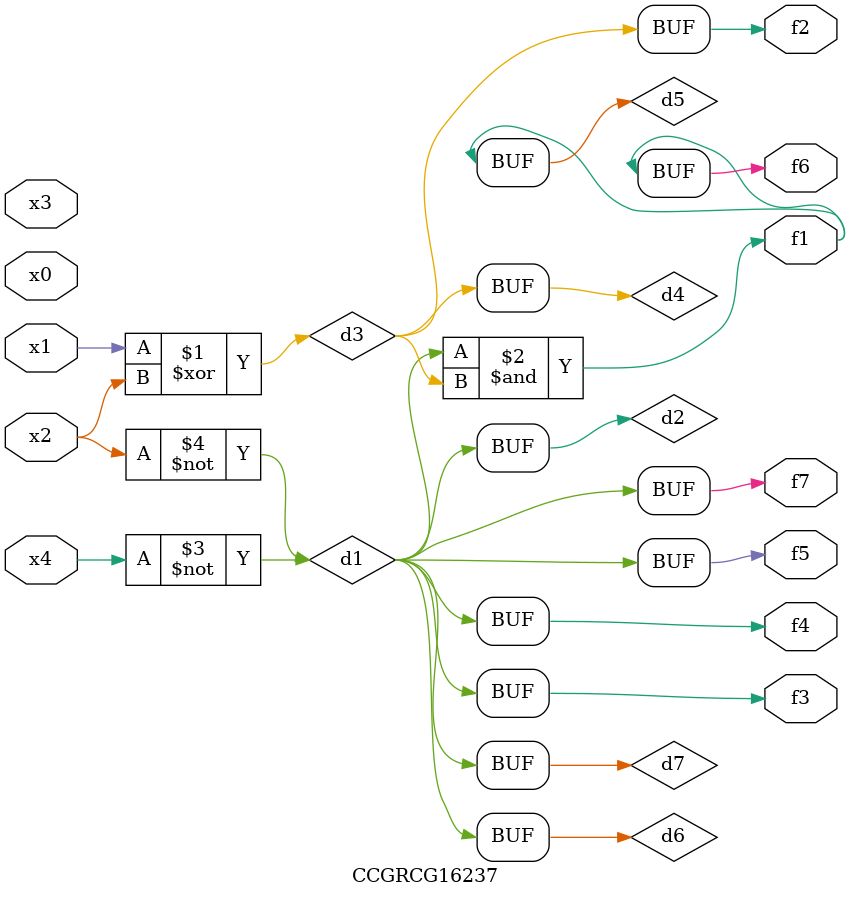
<source format=v>
module CCGRCG16237(
	input x0, x1, x2, x3, x4,
	output f1, f2, f3, f4, f5, f6, f7
);

	wire d1, d2, d3, d4, d5, d6, d7;

	not (d1, x4);
	not (d2, x2);
	xor (d3, x1, x2);
	buf (d4, d3);
	and (d5, d1, d3);
	buf (d6, d1, d2);
	buf (d7, d2);
	assign f1 = d5;
	assign f2 = d4;
	assign f3 = d7;
	assign f4 = d7;
	assign f5 = d7;
	assign f6 = d5;
	assign f7 = d7;
endmodule

</source>
